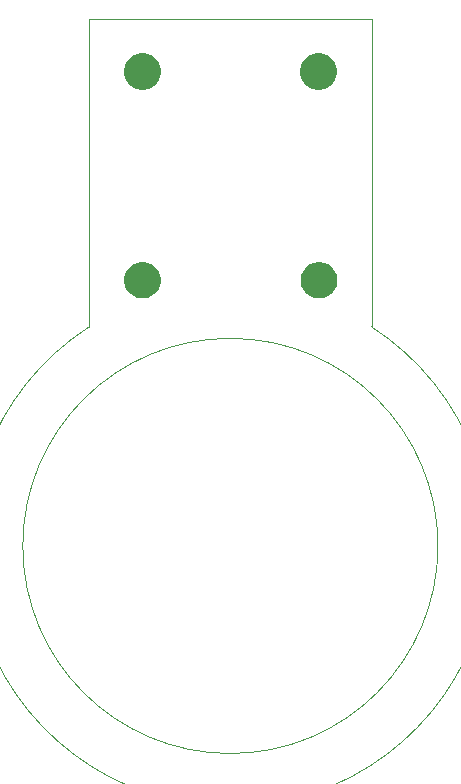
<source format=gbr>
G04 #@! TF.GenerationSoftware,KiCad,Pcbnew,(5.1.0)-1*
G04 #@! TF.CreationDate,2019-04-30T21:22:08-04:00*
G04 #@! TF.ProjectId,MIcroscope_Light,4d496372-6f73-4636-9f70-655f4c696768,rev?*
G04 #@! TF.SameCoordinates,Original*
G04 #@! TF.FileFunction,Soldermask,Top*
G04 #@! TF.FilePolarity,Negative*
%FSLAX46Y46*%
G04 Gerber Fmt 4.6, Leading zero omitted, Abs format (unit mm)*
G04 Created by KiCad (PCBNEW (5.1.0)-1) date 2019-04-30 21:22:08*
%MOMM*%
%LPD*%
G04 APERTURE LIST*
%ADD10C,0.050000*%
%ADD11C,0.100000*%
G04 APERTURE END LIST*
D10*
X147075000Y-91500000D02*
G75*
G03X147075000Y-91500000I-17575000J0D01*
G01*
X141450000Y-72950000D02*
G75*
G02X117550000Y-72950000I-11950000J-18550000D01*
G01*
X141500000Y-46850000D02*
X141450000Y-72950000D01*
X117550000Y-46850000D02*
X141500000Y-46850000D01*
X117550000Y-72950000D02*
X117550000Y-46850000D01*
D11*
G36*
X137452352Y-67508796D02*
G01*
X137734579Y-67625699D01*
X137988578Y-67795415D01*
X138204585Y-68011422D01*
X138374301Y-68265421D01*
X138491204Y-68547648D01*
X138550800Y-68847259D01*
X138550800Y-69152741D01*
X138491204Y-69452352D01*
X138374301Y-69734579D01*
X138204585Y-69988578D01*
X137988578Y-70204585D01*
X137734579Y-70374301D01*
X137452352Y-70491204D01*
X137152741Y-70550800D01*
X136847259Y-70550800D01*
X136547648Y-70491204D01*
X136265421Y-70374301D01*
X136011422Y-70204585D01*
X135795415Y-69988578D01*
X135625699Y-69734579D01*
X135508796Y-69452352D01*
X135449200Y-69152741D01*
X135449200Y-68847259D01*
X135508796Y-68547648D01*
X135625699Y-68265421D01*
X135795415Y-68011422D01*
X136011422Y-67795415D01*
X136265421Y-67625699D01*
X136547648Y-67508796D01*
X136847259Y-67449200D01*
X137152741Y-67449200D01*
X137452352Y-67508796D01*
X137452352Y-67508796D01*
G37*
G36*
X122502352Y-67508796D02*
G01*
X122784579Y-67625699D01*
X123038578Y-67795415D01*
X123254585Y-68011422D01*
X123424301Y-68265421D01*
X123541204Y-68547648D01*
X123600800Y-68847259D01*
X123600800Y-69152741D01*
X123541204Y-69452352D01*
X123424301Y-69734579D01*
X123254585Y-69988578D01*
X123038578Y-70204585D01*
X122784579Y-70374301D01*
X122502352Y-70491204D01*
X122202741Y-70550800D01*
X121897259Y-70550800D01*
X121597648Y-70491204D01*
X121315421Y-70374301D01*
X121061422Y-70204585D01*
X120845415Y-69988578D01*
X120675699Y-69734579D01*
X120558796Y-69452352D01*
X120499200Y-69152741D01*
X120499200Y-68847259D01*
X120558796Y-68547648D01*
X120675699Y-68265421D01*
X120845415Y-68011422D01*
X121061422Y-67795415D01*
X121315421Y-67625699D01*
X121597648Y-67508796D01*
X121897259Y-67449200D01*
X122202741Y-67449200D01*
X122502352Y-67508796D01*
X122502352Y-67508796D01*
G37*
G36*
X137402352Y-49858796D02*
G01*
X137684579Y-49975699D01*
X137938578Y-50145415D01*
X138154585Y-50361422D01*
X138324301Y-50615421D01*
X138441204Y-50897648D01*
X138500800Y-51197259D01*
X138500800Y-51502741D01*
X138441204Y-51802352D01*
X138324301Y-52084579D01*
X138154585Y-52338578D01*
X137938578Y-52554585D01*
X137684579Y-52724301D01*
X137402352Y-52841204D01*
X137102741Y-52900800D01*
X136797259Y-52900800D01*
X136497648Y-52841204D01*
X136215421Y-52724301D01*
X135961422Y-52554585D01*
X135745415Y-52338578D01*
X135575699Y-52084579D01*
X135458796Y-51802352D01*
X135399200Y-51502741D01*
X135399200Y-51197259D01*
X135458796Y-50897648D01*
X135575699Y-50615421D01*
X135745415Y-50361422D01*
X135961422Y-50145415D01*
X136215421Y-49975699D01*
X136497648Y-49858796D01*
X136797259Y-49799200D01*
X137102741Y-49799200D01*
X137402352Y-49858796D01*
X137402352Y-49858796D01*
G37*
G36*
X122502352Y-49858796D02*
G01*
X122784579Y-49975699D01*
X123038578Y-50145415D01*
X123254585Y-50361422D01*
X123424301Y-50615421D01*
X123541204Y-50897648D01*
X123600800Y-51197259D01*
X123600800Y-51502741D01*
X123541204Y-51802352D01*
X123424301Y-52084579D01*
X123254585Y-52338578D01*
X123038578Y-52554585D01*
X122784579Y-52724301D01*
X122502352Y-52841204D01*
X122202741Y-52900800D01*
X121897259Y-52900800D01*
X121597648Y-52841204D01*
X121315421Y-52724301D01*
X121061422Y-52554585D01*
X120845415Y-52338578D01*
X120675699Y-52084579D01*
X120558796Y-51802352D01*
X120499200Y-51502741D01*
X120499200Y-51197259D01*
X120558796Y-50897648D01*
X120675699Y-50615421D01*
X120845415Y-50361422D01*
X121061422Y-50145415D01*
X121315421Y-49975699D01*
X121597648Y-49858796D01*
X121897259Y-49799200D01*
X122202741Y-49799200D01*
X122502352Y-49858796D01*
X122502352Y-49858796D01*
G37*
M02*

</source>
